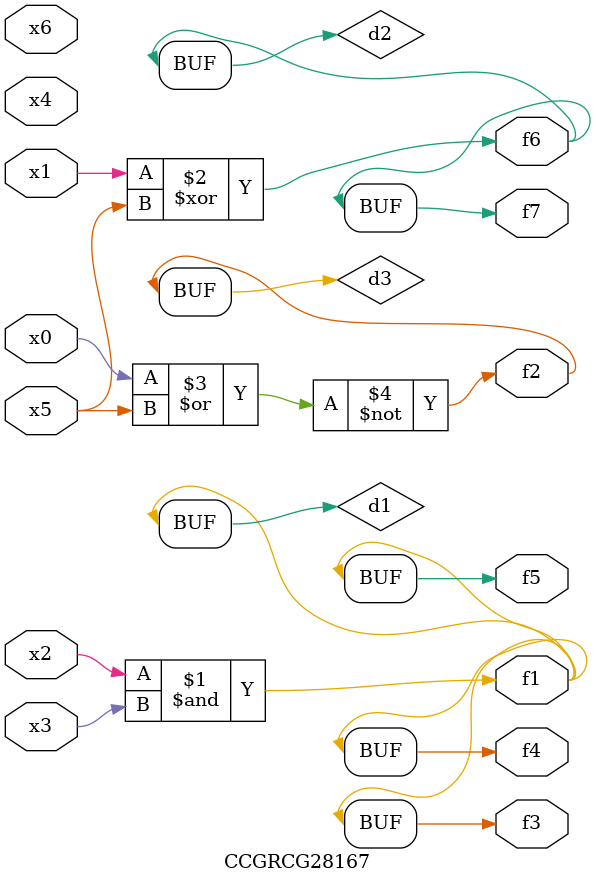
<source format=v>
module CCGRCG28167(
	input x0, x1, x2, x3, x4, x5, x6,
	output f1, f2, f3, f4, f5, f6, f7
);

	wire d1, d2, d3;

	and (d1, x2, x3);
	xor (d2, x1, x5);
	nor (d3, x0, x5);
	assign f1 = d1;
	assign f2 = d3;
	assign f3 = d1;
	assign f4 = d1;
	assign f5 = d1;
	assign f6 = d2;
	assign f7 = d2;
endmodule

</source>
